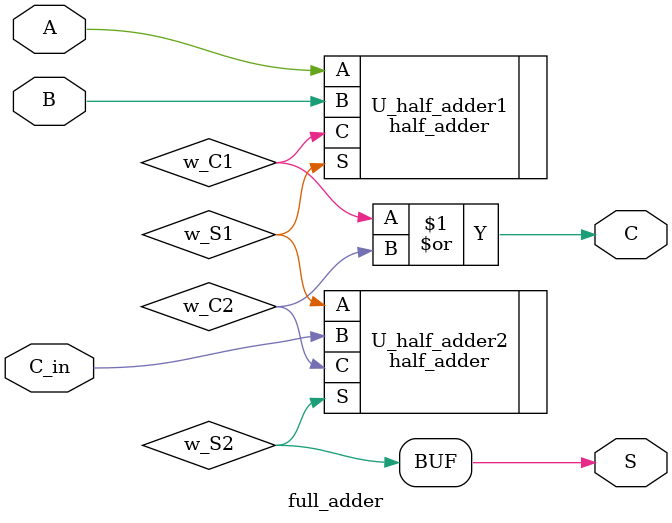
<source format=v>
`timescale 1ns / 1ps

module full_adder (
    input  A, B,
    input  C_in,
    output S,C
);

    wire w_S1, w_C1, w_S2, w_C2;

    half_adder U_half_adder1 (
        .A(A),
        .B(B),
        .S(w_S1),
        .C(w_C1)
    );

    half_adder U_half_adder2 (
        .A(w_S1),
        .B(C_in),
        .S(w_S2),
        .C(w_C2)
    );

    assign S = w_S2;

    assign C = w_C1 | w_C2;

endmodule

</source>
